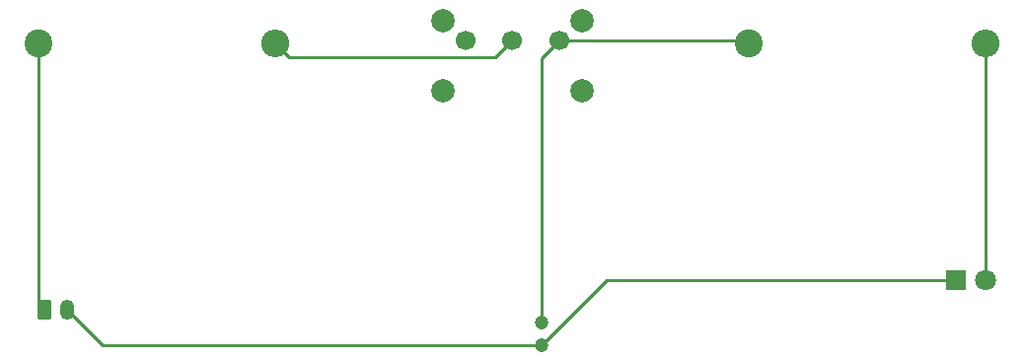
<source format=gbr>
%TF.GenerationSoftware,KiCad,Pcbnew,(6.0.10)*%
%TF.CreationDate,2023-02-17T15:21:58-08:00*%
%TF.ProjectId,Exercise 1,45786572-6369-4736-9520-312e6b696361,rev?*%
%TF.SameCoordinates,Original*%
%TF.FileFunction,Copper,L1,Top*%
%TF.FilePolarity,Positive*%
%FSLAX46Y46*%
G04 Gerber Fmt 4.6, Leading zero omitted, Abs format (unit mm)*
G04 Created by KiCad (PCBNEW (6.0.10)) date 2023-02-17 15:21:58*
%MOMM*%
%LPD*%
G01*
G04 APERTURE LIST*
G04 Aperture macros list*
%AMRoundRect*
0 Rectangle with rounded corners*
0 $1 Rounding radius*
0 $2 $3 $4 $5 $6 $7 $8 $9 X,Y pos of 4 corners*
0 Add a 4 corners polygon primitive as box body*
4,1,4,$2,$3,$4,$5,$6,$7,$8,$9,$2,$3,0*
0 Add four circle primitives for the rounded corners*
1,1,$1+$1,$2,$3*
1,1,$1+$1,$4,$5*
1,1,$1+$1,$6,$7*
1,1,$1+$1,$8,$9*
0 Add four rect primitives between the rounded corners*
20,1,$1+$1,$2,$3,$4,$5,0*
20,1,$1+$1,$4,$5,$6,$7,0*
20,1,$1+$1,$6,$7,$8,$9,0*
20,1,$1+$1,$8,$9,$2,$3,0*%
G04 Aperture macros list end*
%TA.AperFunction,ComponentPad*%
%ADD10C,2.400000*%
%TD*%
%TA.AperFunction,ComponentPad*%
%ADD11O,2.400000X2.400000*%
%TD*%
%TA.AperFunction,ComponentPad*%
%ADD12C,2.000000*%
%TD*%
%TA.AperFunction,ComponentPad*%
%ADD13C,1.700000*%
%TD*%
%TA.AperFunction,ComponentPad*%
%ADD14C,1.200000*%
%TD*%
%TA.AperFunction,ComponentPad*%
%ADD15RoundRect,0.250000X-0.350000X-0.625000X0.350000X-0.625000X0.350000X0.625000X-0.350000X0.625000X0*%
%TD*%
%TA.AperFunction,ComponentPad*%
%ADD16O,1.200000X1.750000*%
%TD*%
%TA.AperFunction,ComponentPad*%
%ADD17R,1.800000X1.800000*%
%TD*%
%TA.AperFunction,ComponentPad*%
%ADD18C,1.800000*%
%TD*%
%TA.AperFunction,Conductor*%
%ADD19C,0.250000*%
%TD*%
G04 APERTURE END LIST*
D10*
%TO.P,R1,1*%
%TO.N,Net-(C1-Pad1)*%
X213360000Y-53340000D03*
D11*
%TO.P,R1,2*%
%TO.N,Net-(D1-Pad2)*%
X233680000Y-53340000D03*
%TD*%
D12*
%TO.P,SW1,*%
%TO.N,*%
X199082500Y-57337500D03*
X199082500Y-51337500D03*
X187082500Y-51337500D03*
X187082500Y-57337500D03*
D13*
%TO.P,SW1,1,A*%
%TO.N,unconnected-(SW1-Pad1)*%
X189082500Y-53087500D03*
%TO.P,SW1,2,B*%
%TO.N,Net-(R2-Pad2)*%
X193082500Y-53087500D03*
%TO.P,SW1,3,C*%
%TO.N,Net-(C1-Pad1)*%
X197082500Y-53087500D03*
%TD*%
D14*
%TO.P,C1,1*%
%TO.N,Net-(C1-Pad1)*%
X195580000Y-77240000D03*
%TO.P,C1,2*%
%TO.N,Net-(C1-Pad2)*%
X195580000Y-79240000D03*
%TD*%
D15*
%TO.P,V1,1,Pin_1*%
%TO.N,Net-(R2-Pad1)*%
X152900000Y-76200000D03*
D16*
%TO.P,V1,2,Pin_2*%
%TO.N,Net-(C1-Pad2)*%
X154900000Y-76200000D03*
%TD*%
D17*
%TO.P,D1,1,K*%
%TO.N,Net-(C1-Pad2)*%
X231140000Y-73660000D03*
D18*
%TO.P,D1,2,A*%
%TO.N,Net-(D1-Pad2)*%
X233680000Y-73660000D03*
%TD*%
D10*
%TO.P,R2,1*%
%TO.N,Net-(R2-Pad1)*%
X152400000Y-53340000D03*
D11*
%TO.P,R2,2*%
%TO.N,Net-(R2-Pad2)*%
X172720000Y-53340000D03*
%TD*%
D19*
%TO.N,Net-(C1-Pad1)*%
X213107500Y-53087500D02*
X213360000Y-53340000D01*
X197082500Y-53087500D02*
X213107500Y-53087500D01*
X197082500Y-53087500D02*
X195580000Y-54590000D01*
X195580000Y-54590000D02*
X195580000Y-77240000D01*
%TO.N,Net-(C1-Pad2)*%
X201160000Y-73660000D02*
X195580000Y-79240000D01*
X157940000Y-79240000D02*
X154900000Y-76200000D01*
X195580000Y-79240000D02*
X157940000Y-79240000D01*
X231140000Y-73660000D02*
X201160000Y-73660000D01*
%TO.N,Net-(D1-Pad2)*%
X233680000Y-53340000D02*
X233680000Y-73660000D01*
%TO.N,Net-(R2-Pad1)*%
X152400000Y-75700000D02*
X152900000Y-76200000D01*
X152400000Y-53340000D02*
X152400000Y-75700000D01*
%TO.N,Net-(R2-Pad2)*%
X173920000Y-54540000D02*
X191630000Y-54540000D01*
X191630000Y-54540000D02*
X193082500Y-53087500D01*
X172720000Y-53340000D02*
X173920000Y-54540000D01*
%TD*%
M02*

</source>
